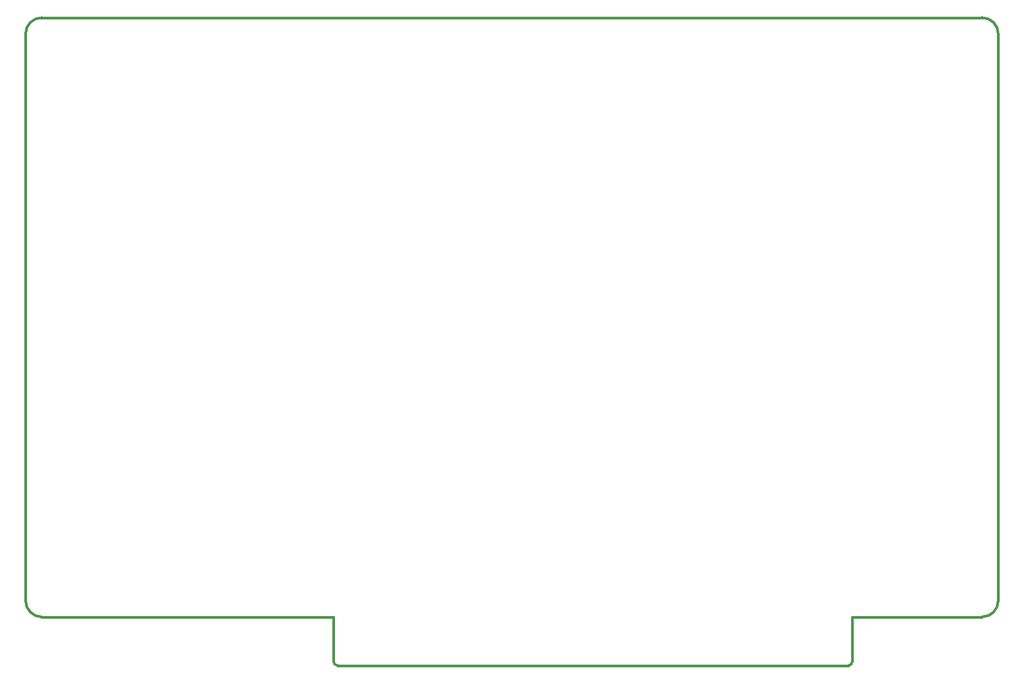
<source format=gm1>
G04 #@! TF.FileFunction,Profile,NP*
%FSLAX46Y46*%
G04 Gerber Fmt 4.6, Leading zero omitted, Abs format (unit mm)*
G04 Created by KiCad (PCBNEW 4.0.1-stable) date 1/11/2018 1:11:40 PM*
%MOMM*%
G01*
G04 APERTURE LIST*
%ADD10C,0.150000*%
%ADD11C,0.381000*%
G04 APERTURE END LIST*
D10*
D11*
X187960000Y-142240000D02*
X187960000Y-149225000D01*
X107315000Y-149860000D02*
X187325000Y-149860000D01*
X106680000Y-142240000D02*
X106680000Y-149225000D01*
X187325000Y-149860000D02*
G75*
G03X187960000Y-149225000I0J635000D01*
G01*
X106680000Y-149225000D02*
G75*
G03X107315000Y-149860000I635000J0D01*
G01*
X60960000Y-48260000D02*
X208280000Y-48260000D01*
X58420000Y-139700000D02*
X58420000Y-50800000D01*
X60960000Y-142240000D02*
X106680000Y-142240000D01*
X187960000Y-142240000D02*
X208280000Y-142240000D01*
X210820000Y-50800000D02*
X210820000Y-139700000D01*
X210820000Y-50800000D02*
G75*
G03X208280000Y-48260000I-2540000J0D01*
G01*
X208280000Y-142240000D02*
G75*
G03X210820000Y-139700000I0J2540000D01*
G01*
X58420000Y-139700000D02*
G75*
G03X60960000Y-142240000I2540000J0D01*
G01*
X60960000Y-48260000D02*
G75*
G03X58420000Y-50800000I0J-2540000D01*
G01*
M02*

</source>
